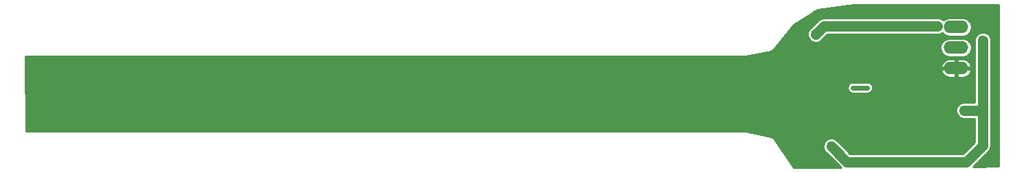
<source format=gbl>
G04 (created by PCBNEW (2013-02-14 BZR 3950)-testing) date Tuesday, 2013 April 23 20:25:30*
%MOIN*%
G04 Gerber Fmt 3.4, Leading zero omitted, Abs format*
%FSLAX34Y34*%
G01*
G70*
G90*
G04 APERTURE LIST*
%ADD10C,0.006*%
%ADD11O,0.12X0.06*%
%ADD12C,0.036*%
%ADD13C,0.05*%
%ADD14C,0.024*%
%ADD15C,0.05*%
%ADD16C,0.01*%
G04 APERTURE END LIST*
G54D10*
G54D11*
X76900Y-38150D03*
X76900Y-37150D03*
X76900Y-36150D03*
G54D12*
X72600Y-39800D03*
X69000Y-36700D03*
X69400Y-36200D03*
X70100Y-35500D03*
X71000Y-35400D03*
X71600Y-35300D03*
X72900Y-35300D03*
X73600Y-35400D03*
X74500Y-35300D03*
X75500Y-35300D03*
X76400Y-35300D03*
X73700Y-36800D03*
X74500Y-36800D03*
X75300Y-36800D03*
X76900Y-39000D03*
X76500Y-39700D03*
X75600Y-39100D03*
X75600Y-38200D03*
X74900Y-38100D03*
X73700Y-38100D03*
X76800Y-42000D03*
X72600Y-41900D03*
X73400Y-41900D03*
X69200Y-42200D03*
X69700Y-42400D03*
X70200Y-42600D03*
X69400Y-36700D03*
X69700Y-35900D03*
X69200Y-41700D03*
X73000Y-38300D03*
X72300Y-38300D03*
X71500Y-38900D03*
X71500Y-39600D03*
G54D13*
X78200Y-36800D03*
X77300Y-40200D03*
X76000Y-36100D03*
X70100Y-36500D03*
X70850Y-41950D03*
G54D14*
X72600Y-39100D02*
X71900Y-39100D01*
X72600Y-39800D02*
X72600Y-39900D01*
X69400Y-36700D02*
X69000Y-36700D01*
X70100Y-35500D02*
X69800Y-35800D01*
X71600Y-35300D02*
X71000Y-35400D01*
X73600Y-35400D02*
X72900Y-35300D01*
X75500Y-35300D02*
X74500Y-35300D01*
X73700Y-36800D02*
X74500Y-36800D01*
X76900Y-39000D02*
X76900Y-39300D01*
X76900Y-39300D02*
X76500Y-39700D01*
X75600Y-39100D02*
X75600Y-38200D01*
X74900Y-38100D02*
X74100Y-38100D01*
X74100Y-38100D02*
X73700Y-38100D01*
X72600Y-41900D02*
X73400Y-41900D01*
X69200Y-41700D02*
X69200Y-41900D01*
X69200Y-41900D02*
X69200Y-42200D01*
X69700Y-42400D02*
X69700Y-42400D01*
X69700Y-42400D02*
X70200Y-42600D01*
X69800Y-35800D02*
X69700Y-35900D01*
X72300Y-38300D02*
X73000Y-38300D01*
X71500Y-39600D02*
X71500Y-38900D01*
G54D15*
X77300Y-40200D02*
X78200Y-40200D01*
X78200Y-40200D02*
X78200Y-41700D01*
X78200Y-41700D02*
X78200Y-41900D01*
X78200Y-41900D02*
X77400Y-42700D01*
X77400Y-42700D02*
X73000Y-42700D01*
X73000Y-42700D02*
X71600Y-42700D01*
X71600Y-42700D02*
X70850Y-41950D01*
X78200Y-36800D02*
X78200Y-40200D01*
X76000Y-36100D02*
X70500Y-36100D01*
X70500Y-36100D02*
X70100Y-36500D01*
G54D10*
G36*
X78971Y-42925D02*
X77732Y-42933D01*
X78483Y-42183D01*
X78570Y-42054D01*
X78570Y-42053D01*
X78600Y-41900D01*
X78600Y-41700D01*
X78600Y-40200D01*
X78600Y-36880D01*
X78600Y-36800D01*
X78600Y-36721D01*
X78570Y-36650D01*
X78570Y-36647D01*
X78568Y-36644D01*
X78539Y-36574D01*
X78484Y-36518D01*
X78483Y-36517D01*
X78481Y-36516D01*
X78427Y-36461D01*
X78354Y-36430D01*
X78353Y-36430D01*
X78351Y-36429D01*
X78280Y-36400D01*
X78200Y-36400D01*
X78121Y-36400D01*
X78050Y-36429D01*
X78047Y-36430D01*
X78044Y-36431D01*
X77974Y-36461D01*
X77918Y-36515D01*
X77917Y-36517D01*
X77916Y-36518D01*
X77861Y-36573D01*
X77830Y-36645D01*
X77830Y-36647D01*
X77829Y-36648D01*
X77800Y-36720D01*
X77800Y-36800D01*
X77800Y-36879D01*
X77800Y-39800D01*
X77664Y-39800D01*
X77664Y-37150D01*
X77664Y-36150D01*
X77630Y-35978D01*
X77532Y-35832D01*
X77386Y-35734D01*
X77214Y-35700D01*
X76586Y-35700D01*
X76414Y-35734D01*
X76285Y-35820D01*
X76284Y-35818D01*
X76283Y-35817D01*
X76281Y-35816D01*
X76227Y-35761D01*
X76154Y-35730D01*
X76153Y-35730D01*
X76151Y-35729D01*
X76080Y-35700D01*
X76000Y-35700D01*
X75921Y-35700D01*
X70500Y-35700D01*
X70347Y-35730D01*
X70217Y-35817D01*
X70214Y-35820D01*
X69817Y-36217D01*
X69816Y-36218D01*
X69761Y-36273D01*
X69730Y-36345D01*
X69730Y-36347D01*
X69729Y-36348D01*
X69700Y-36420D01*
X69700Y-36500D01*
X69700Y-36579D01*
X69729Y-36649D01*
X69730Y-36653D01*
X69731Y-36655D01*
X69761Y-36726D01*
X69815Y-36781D01*
X69817Y-36783D01*
X69818Y-36783D01*
X69873Y-36839D01*
X69945Y-36869D01*
X69947Y-36870D01*
X69948Y-36870D01*
X70020Y-36900D01*
X70100Y-36900D01*
X70179Y-36900D01*
X70249Y-36870D01*
X70253Y-36870D01*
X70255Y-36868D01*
X70326Y-36839D01*
X70381Y-36784D01*
X70383Y-36783D01*
X70426Y-36739D01*
X70439Y-36727D01*
X70439Y-36726D01*
X70665Y-36500D01*
X75920Y-36500D01*
X76000Y-36500D01*
X76079Y-36500D01*
X76149Y-36470D01*
X76153Y-36470D01*
X76155Y-36468D01*
X76226Y-36439D01*
X76239Y-36425D01*
X76268Y-36468D01*
X76414Y-36566D01*
X76586Y-36600D01*
X77214Y-36600D01*
X77386Y-36566D01*
X77532Y-36468D01*
X77630Y-36322D01*
X77664Y-36150D01*
X77664Y-37150D01*
X77630Y-36978D01*
X77532Y-36832D01*
X77386Y-36734D01*
X77214Y-36700D01*
X76586Y-36700D01*
X76414Y-36734D01*
X76268Y-36832D01*
X76170Y-36978D01*
X76136Y-37150D01*
X76170Y-37322D01*
X76268Y-37468D01*
X76414Y-37566D01*
X76586Y-37600D01*
X77214Y-37600D01*
X77386Y-37566D01*
X77532Y-37468D01*
X77630Y-37322D01*
X77664Y-37150D01*
X77664Y-39800D01*
X77634Y-39800D01*
X77634Y-38269D01*
X77634Y-38031D01*
X77553Y-37867D01*
X77418Y-37753D01*
X77250Y-37700D01*
X76950Y-37700D01*
X76950Y-38100D01*
X77609Y-38100D01*
X77634Y-38031D01*
X77634Y-38269D01*
X77609Y-38200D01*
X76950Y-38200D01*
X76950Y-38600D01*
X77250Y-38600D01*
X77418Y-38547D01*
X77553Y-38433D01*
X77634Y-38269D01*
X77634Y-39800D01*
X77380Y-39800D01*
X77300Y-39800D01*
X77221Y-39800D01*
X77150Y-39829D01*
X77147Y-39830D01*
X77144Y-39831D01*
X77074Y-39861D01*
X77018Y-39915D01*
X77017Y-39917D01*
X77016Y-39918D01*
X76961Y-39973D01*
X76930Y-40045D01*
X76930Y-40047D01*
X76929Y-40048D01*
X76900Y-40120D01*
X76900Y-40200D01*
X76900Y-40279D01*
X76929Y-40349D01*
X76930Y-40353D01*
X76931Y-40355D01*
X76961Y-40426D01*
X77015Y-40481D01*
X77017Y-40483D01*
X77018Y-40483D01*
X77073Y-40539D01*
X77145Y-40569D01*
X77147Y-40570D01*
X77148Y-40570D01*
X77220Y-40600D01*
X77300Y-40600D01*
X77379Y-40600D01*
X77800Y-40600D01*
X77800Y-41700D01*
X77800Y-41734D01*
X77234Y-42300D01*
X76850Y-42300D01*
X76850Y-38600D01*
X76850Y-38200D01*
X76850Y-38100D01*
X76850Y-37700D01*
X76550Y-37700D01*
X76382Y-37753D01*
X76247Y-37867D01*
X76166Y-38031D01*
X76191Y-38100D01*
X76850Y-38100D01*
X76850Y-38200D01*
X76191Y-38200D01*
X76166Y-38269D01*
X76247Y-38433D01*
X76382Y-38547D01*
X76550Y-38600D01*
X76850Y-38600D01*
X76850Y-42300D01*
X73000Y-42300D01*
X72870Y-42300D01*
X72870Y-39100D01*
X72849Y-38997D01*
X72791Y-38909D01*
X72703Y-38851D01*
X72600Y-38830D01*
X71900Y-38830D01*
X71797Y-38851D01*
X71709Y-38909D01*
X71651Y-38997D01*
X71630Y-39100D01*
X71651Y-39203D01*
X71709Y-39291D01*
X71797Y-39349D01*
X71900Y-39370D01*
X72600Y-39370D01*
X72703Y-39349D01*
X72791Y-39291D01*
X72849Y-39203D01*
X72870Y-39100D01*
X72870Y-42300D01*
X71765Y-42300D01*
X71189Y-41724D01*
X71133Y-41667D01*
X71131Y-41666D01*
X71077Y-41611D01*
X71004Y-41580D01*
X71003Y-41580D01*
X71001Y-41579D01*
X70930Y-41550D01*
X70850Y-41550D01*
X70771Y-41550D01*
X70700Y-41579D01*
X70697Y-41580D01*
X70694Y-41581D01*
X70624Y-41611D01*
X70568Y-41665D01*
X70567Y-41667D01*
X70566Y-41668D01*
X70511Y-41723D01*
X70480Y-41795D01*
X70480Y-41797D01*
X70479Y-41798D01*
X70450Y-41870D01*
X70450Y-41950D01*
X70450Y-42029D01*
X70479Y-42099D01*
X70480Y-42103D01*
X70481Y-42105D01*
X70511Y-42176D01*
X70565Y-42231D01*
X70567Y-42233D01*
X70615Y-42281D01*
X70623Y-42289D01*
X71312Y-42977D01*
X69011Y-42993D01*
X68050Y-41552D01*
X68049Y-41551D01*
X68049Y-41550D01*
X67999Y-41501D01*
X67935Y-41474D01*
X67934Y-41474D01*
X66685Y-41224D01*
X66666Y-41224D01*
X66650Y-41221D01*
X66400Y-41221D01*
X31829Y-41221D01*
X31793Y-37579D01*
X66650Y-37579D01*
X66666Y-37575D01*
X66685Y-37576D01*
X67919Y-37328D01*
X67920Y-37329D01*
X67921Y-37328D01*
X67934Y-37326D01*
X67954Y-37317D01*
X67986Y-37307D01*
X67992Y-37301D01*
X67999Y-37299D01*
X68018Y-37280D01*
X68040Y-37262D01*
X68049Y-37250D01*
X69022Y-36034D01*
X70209Y-35322D01*
X71917Y-35079D01*
X78971Y-35079D01*
X78971Y-42925D01*
X78971Y-42925D01*
G37*
G54D16*
X78971Y-42925D02*
X77732Y-42933D01*
X78483Y-42183D01*
X78570Y-42054D01*
X78570Y-42053D01*
X78600Y-41900D01*
X78600Y-41700D01*
X78600Y-40200D01*
X78600Y-36880D01*
X78600Y-36800D01*
X78600Y-36721D01*
X78570Y-36650D01*
X78570Y-36647D01*
X78568Y-36644D01*
X78539Y-36574D01*
X78484Y-36518D01*
X78483Y-36517D01*
X78481Y-36516D01*
X78427Y-36461D01*
X78354Y-36430D01*
X78353Y-36430D01*
X78351Y-36429D01*
X78280Y-36400D01*
X78200Y-36400D01*
X78121Y-36400D01*
X78050Y-36429D01*
X78047Y-36430D01*
X78044Y-36431D01*
X77974Y-36461D01*
X77918Y-36515D01*
X77917Y-36517D01*
X77916Y-36518D01*
X77861Y-36573D01*
X77830Y-36645D01*
X77830Y-36647D01*
X77829Y-36648D01*
X77800Y-36720D01*
X77800Y-36800D01*
X77800Y-36879D01*
X77800Y-39800D01*
X77664Y-39800D01*
X77664Y-37150D01*
X77664Y-36150D01*
X77630Y-35978D01*
X77532Y-35832D01*
X77386Y-35734D01*
X77214Y-35700D01*
X76586Y-35700D01*
X76414Y-35734D01*
X76285Y-35820D01*
X76284Y-35818D01*
X76283Y-35817D01*
X76281Y-35816D01*
X76227Y-35761D01*
X76154Y-35730D01*
X76153Y-35730D01*
X76151Y-35729D01*
X76080Y-35700D01*
X76000Y-35700D01*
X75921Y-35700D01*
X70500Y-35700D01*
X70347Y-35730D01*
X70217Y-35817D01*
X70214Y-35820D01*
X69817Y-36217D01*
X69816Y-36218D01*
X69761Y-36273D01*
X69730Y-36345D01*
X69730Y-36347D01*
X69729Y-36348D01*
X69700Y-36420D01*
X69700Y-36500D01*
X69700Y-36579D01*
X69729Y-36649D01*
X69730Y-36653D01*
X69731Y-36655D01*
X69761Y-36726D01*
X69815Y-36781D01*
X69817Y-36783D01*
X69818Y-36783D01*
X69873Y-36839D01*
X69945Y-36869D01*
X69947Y-36870D01*
X69948Y-36870D01*
X70020Y-36900D01*
X70100Y-36900D01*
X70179Y-36900D01*
X70249Y-36870D01*
X70253Y-36870D01*
X70255Y-36868D01*
X70326Y-36839D01*
X70381Y-36784D01*
X70383Y-36783D01*
X70426Y-36739D01*
X70439Y-36727D01*
X70439Y-36726D01*
X70665Y-36500D01*
X75920Y-36500D01*
X76000Y-36500D01*
X76079Y-36500D01*
X76149Y-36470D01*
X76153Y-36470D01*
X76155Y-36468D01*
X76226Y-36439D01*
X76239Y-36425D01*
X76268Y-36468D01*
X76414Y-36566D01*
X76586Y-36600D01*
X77214Y-36600D01*
X77386Y-36566D01*
X77532Y-36468D01*
X77630Y-36322D01*
X77664Y-36150D01*
X77664Y-37150D01*
X77630Y-36978D01*
X77532Y-36832D01*
X77386Y-36734D01*
X77214Y-36700D01*
X76586Y-36700D01*
X76414Y-36734D01*
X76268Y-36832D01*
X76170Y-36978D01*
X76136Y-37150D01*
X76170Y-37322D01*
X76268Y-37468D01*
X76414Y-37566D01*
X76586Y-37600D01*
X77214Y-37600D01*
X77386Y-37566D01*
X77532Y-37468D01*
X77630Y-37322D01*
X77664Y-37150D01*
X77664Y-39800D01*
X77634Y-39800D01*
X77634Y-38269D01*
X77634Y-38031D01*
X77553Y-37867D01*
X77418Y-37753D01*
X77250Y-37700D01*
X76950Y-37700D01*
X76950Y-38100D01*
X77609Y-38100D01*
X77634Y-38031D01*
X77634Y-38269D01*
X77609Y-38200D01*
X76950Y-38200D01*
X76950Y-38600D01*
X77250Y-38600D01*
X77418Y-38547D01*
X77553Y-38433D01*
X77634Y-38269D01*
X77634Y-39800D01*
X77380Y-39800D01*
X77300Y-39800D01*
X77221Y-39800D01*
X77150Y-39829D01*
X77147Y-39830D01*
X77144Y-39831D01*
X77074Y-39861D01*
X77018Y-39915D01*
X77017Y-39917D01*
X77016Y-39918D01*
X76961Y-39973D01*
X76930Y-40045D01*
X76930Y-40047D01*
X76929Y-40048D01*
X76900Y-40120D01*
X76900Y-40200D01*
X76900Y-40279D01*
X76929Y-40349D01*
X76930Y-40353D01*
X76931Y-40355D01*
X76961Y-40426D01*
X77015Y-40481D01*
X77017Y-40483D01*
X77018Y-40483D01*
X77073Y-40539D01*
X77145Y-40569D01*
X77147Y-40570D01*
X77148Y-40570D01*
X77220Y-40600D01*
X77300Y-40600D01*
X77379Y-40600D01*
X77800Y-40600D01*
X77800Y-41700D01*
X77800Y-41734D01*
X77234Y-42300D01*
X76850Y-42300D01*
X76850Y-38600D01*
X76850Y-38200D01*
X76850Y-38100D01*
X76850Y-37700D01*
X76550Y-37700D01*
X76382Y-37753D01*
X76247Y-37867D01*
X76166Y-38031D01*
X76191Y-38100D01*
X76850Y-38100D01*
X76850Y-38200D01*
X76191Y-38200D01*
X76166Y-38269D01*
X76247Y-38433D01*
X76382Y-38547D01*
X76550Y-38600D01*
X76850Y-38600D01*
X76850Y-42300D01*
X73000Y-42300D01*
X72870Y-42300D01*
X72870Y-39100D01*
X72849Y-38997D01*
X72791Y-38909D01*
X72703Y-38851D01*
X72600Y-38830D01*
X71900Y-38830D01*
X71797Y-38851D01*
X71709Y-38909D01*
X71651Y-38997D01*
X71630Y-39100D01*
X71651Y-39203D01*
X71709Y-39291D01*
X71797Y-39349D01*
X71900Y-39370D01*
X72600Y-39370D01*
X72703Y-39349D01*
X72791Y-39291D01*
X72849Y-39203D01*
X72870Y-39100D01*
X72870Y-42300D01*
X71765Y-42300D01*
X71189Y-41724D01*
X71133Y-41667D01*
X71131Y-41666D01*
X71077Y-41611D01*
X71004Y-41580D01*
X71003Y-41580D01*
X71001Y-41579D01*
X70930Y-41550D01*
X70850Y-41550D01*
X70771Y-41550D01*
X70700Y-41579D01*
X70697Y-41580D01*
X70694Y-41581D01*
X70624Y-41611D01*
X70568Y-41665D01*
X70567Y-41667D01*
X70566Y-41668D01*
X70511Y-41723D01*
X70480Y-41795D01*
X70480Y-41797D01*
X70479Y-41798D01*
X70450Y-41870D01*
X70450Y-41950D01*
X70450Y-42029D01*
X70479Y-42099D01*
X70480Y-42103D01*
X70481Y-42105D01*
X70511Y-42176D01*
X70565Y-42231D01*
X70567Y-42233D01*
X70615Y-42281D01*
X70623Y-42289D01*
X71312Y-42977D01*
X69011Y-42993D01*
X68050Y-41552D01*
X68049Y-41551D01*
X68049Y-41550D01*
X67999Y-41501D01*
X67935Y-41474D01*
X67934Y-41474D01*
X66685Y-41224D01*
X66666Y-41224D01*
X66650Y-41221D01*
X66400Y-41221D01*
X31829Y-41221D01*
X31793Y-37579D01*
X66650Y-37579D01*
X66666Y-37575D01*
X66685Y-37576D01*
X67919Y-37328D01*
X67920Y-37329D01*
X67921Y-37328D01*
X67934Y-37326D01*
X67954Y-37317D01*
X67986Y-37307D01*
X67992Y-37301D01*
X67999Y-37299D01*
X68018Y-37280D01*
X68040Y-37262D01*
X68049Y-37250D01*
X69022Y-36034D01*
X70209Y-35322D01*
X71917Y-35079D01*
X78971Y-35079D01*
X78971Y-42925D01*
M02*

</source>
